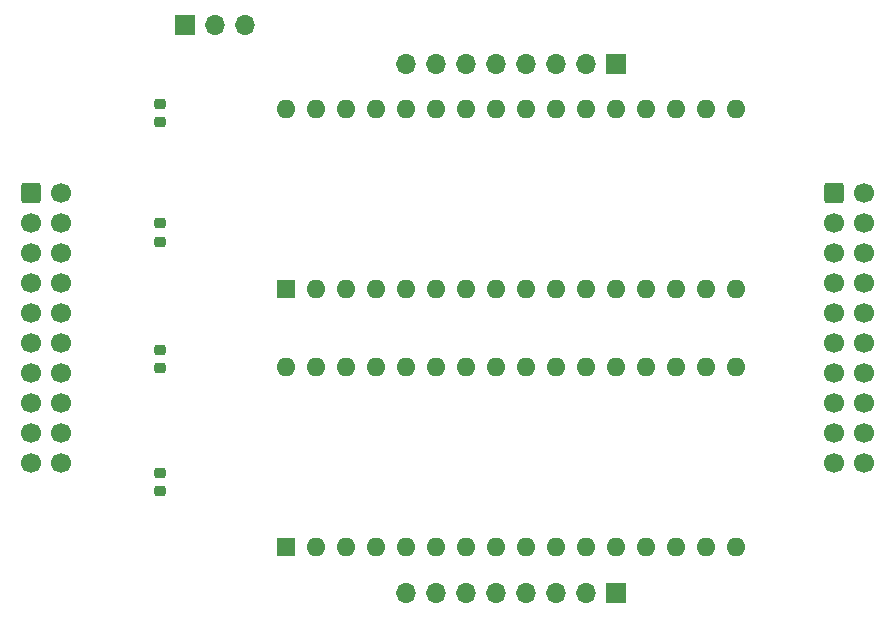
<source format=gbs>
%TF.GenerationSoftware,KiCad,Pcbnew,8.0.7*%
%TF.CreationDate,2025-02-11T17:28:11+05:30*%
%TF.ProjectId,Program Counter,50726f67-7261-46d2-9043-6f756e746572,rev?*%
%TF.SameCoordinates,Original*%
%TF.FileFunction,Soldermask,Bot*%
%TF.FilePolarity,Negative*%
%FSLAX46Y46*%
G04 Gerber Fmt 4.6, Leading zero omitted, Abs format (unit mm)*
G04 Created by KiCad (PCBNEW 8.0.7) date 2025-02-11 17:28:11*
%MOMM*%
%LPD*%
G01*
G04 APERTURE LIST*
G04 Aperture macros list*
%AMRoundRect*
0 Rectangle with rounded corners*
0 $1 Rounding radius*
0 $2 $3 $4 $5 $6 $7 $8 $9 X,Y pos of 4 corners*
0 Add a 4 corners polygon primitive as box body*
4,1,4,$2,$3,$4,$5,$6,$7,$8,$9,$2,$3,0*
0 Add four circle primitives for the rounded corners*
1,1,$1+$1,$2,$3*
1,1,$1+$1,$4,$5*
1,1,$1+$1,$6,$7*
1,1,$1+$1,$8,$9*
0 Add four rect primitives between the rounded corners*
20,1,$1+$1,$2,$3,$4,$5,0*
20,1,$1+$1,$4,$5,$6,$7,0*
20,1,$1+$1,$6,$7,$8,$9,0*
20,1,$1+$1,$8,$9,$2,$3,0*%
G04 Aperture macros list end*
%ADD10R,1.600000X1.600000*%
%ADD11O,1.600000X1.600000*%
%ADD12R,1.700000X1.700000*%
%ADD13O,1.700000X1.700000*%
%ADD14RoundRect,0.250000X-0.600000X-0.600000X0.600000X-0.600000X0.600000X0.600000X-0.600000X0.600000X0*%
%ADD15C,1.700000*%
%ADD16RoundRect,0.225000X0.250000X-0.225000X0.250000X0.225000X-0.250000X0.225000X-0.250000X-0.225000X0*%
G04 APERTURE END LIST*
D10*
%TO.C,U5*%
X120980000Y-74595000D03*
D11*
X123520000Y-74595000D03*
X126060000Y-74595000D03*
X128600000Y-74595000D03*
X131140000Y-74595000D03*
X133680000Y-74595000D03*
X136220000Y-74595000D03*
X138760000Y-74595000D03*
X141300000Y-74595000D03*
X143840000Y-74595000D03*
X146380000Y-74595000D03*
X148920000Y-74595000D03*
X151460000Y-74595000D03*
X154000000Y-74595000D03*
X156540000Y-74595000D03*
X159080000Y-74595000D03*
X159080000Y-59355000D03*
X156540000Y-59355000D03*
X154000000Y-59355000D03*
X151460000Y-59355000D03*
X148920000Y-59355000D03*
X146380000Y-59355000D03*
X143840000Y-59355000D03*
X141300000Y-59355000D03*
X138760000Y-59355000D03*
X136220000Y-59355000D03*
X133680000Y-59355000D03*
X131140000Y-59355000D03*
X128600000Y-59355000D03*
X126060000Y-59355000D03*
X123520000Y-59355000D03*
X120980000Y-59355000D03*
%TD*%
D10*
%TO.C,U6*%
X120980000Y-96455000D03*
D11*
X123520000Y-96455000D03*
X126060000Y-96455000D03*
X128600000Y-96455000D03*
X131140000Y-96455000D03*
X133680000Y-96455000D03*
X136220000Y-96455000D03*
X138760000Y-96455000D03*
X141300000Y-96455000D03*
X143840000Y-96455000D03*
X146380000Y-96455000D03*
X148920000Y-96455000D03*
X151460000Y-96455000D03*
X154000000Y-96455000D03*
X156540000Y-96455000D03*
X159080000Y-96455000D03*
X159080000Y-81215000D03*
X156540000Y-81215000D03*
X154000000Y-81215000D03*
X151460000Y-81215000D03*
X148920000Y-81215000D03*
X146380000Y-81215000D03*
X143840000Y-81215000D03*
X141300000Y-81215000D03*
X138760000Y-81215000D03*
X136220000Y-81215000D03*
X133680000Y-81215000D03*
X131140000Y-81215000D03*
X128600000Y-81215000D03*
X126060000Y-81215000D03*
X123520000Y-81215000D03*
X120980000Y-81215000D03*
%TD*%
D12*
%TO.C,J1*%
X112450000Y-52200000D03*
D13*
X114990000Y-52200000D03*
X117530000Y-52200000D03*
%TD*%
D12*
%TO.C,J5*%
X148920000Y-55520000D03*
D13*
X146380000Y-55520000D03*
X143840000Y-55520000D03*
X141300000Y-55520000D03*
X138760000Y-55520000D03*
X136220000Y-55520000D03*
X133680000Y-55520000D03*
X131140000Y-55520000D03*
%TD*%
D14*
%TO.C,J2*%
X99440000Y-66460000D03*
D15*
X101980000Y-66460000D03*
X99440000Y-69000000D03*
X101980000Y-69000000D03*
X99440000Y-71540000D03*
X101980000Y-71540000D03*
X99440000Y-74080000D03*
X101980000Y-74080000D03*
X99440000Y-76620000D03*
X101980000Y-76620000D03*
X99440000Y-79160000D03*
X101980000Y-79160000D03*
X99440000Y-81700000D03*
X101980000Y-81700000D03*
X99440000Y-84240000D03*
X101980000Y-84240000D03*
X99440000Y-86780000D03*
X101980000Y-86780000D03*
X99440000Y-89320000D03*
X101980000Y-89320000D03*
%TD*%
D14*
%TO.C,J3*%
X167390000Y-66460000D03*
D15*
X169930000Y-66460000D03*
X167390000Y-69000000D03*
X169930000Y-69000000D03*
X167390000Y-71540000D03*
X169930000Y-71540000D03*
X167390000Y-74080000D03*
X169930000Y-74080000D03*
X167390000Y-76620000D03*
X169930000Y-76620000D03*
X167390000Y-79160000D03*
X169930000Y-79160000D03*
X167390000Y-81700000D03*
X169930000Y-81700000D03*
X167390000Y-84240000D03*
X169930000Y-84240000D03*
X167390000Y-86780000D03*
X169930000Y-86780000D03*
X167390000Y-89320000D03*
X169930000Y-89320000D03*
%TD*%
D12*
%TO.C,J4*%
X148920000Y-100330000D03*
D13*
X146380000Y-100330000D03*
X143840000Y-100330000D03*
X141300000Y-100330000D03*
X138760000Y-100330000D03*
X136220000Y-100330000D03*
X133680000Y-100330000D03*
X131140000Y-100330000D03*
%TD*%
D16*
%TO.C,C2*%
X110320000Y-70550000D03*
X110320000Y-69000000D03*
%TD*%
%TO.C,C3*%
X110320000Y-81295000D03*
X110320000Y-79745000D03*
%TD*%
%TO.C,C1*%
X110320000Y-60420000D03*
X110320000Y-58870000D03*
%TD*%
%TO.C,C4*%
X110320000Y-91660000D03*
X110320000Y-90110000D03*
%TD*%
M02*

</source>
